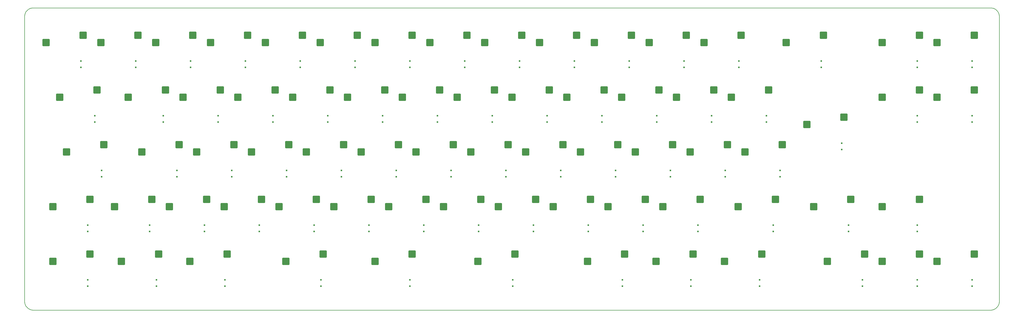
<source format=gbp>
G04 #@! TF.GenerationSoftware,KiCad,Pcbnew,(6.0.2-0)*
G04 #@! TF.CreationDate,2022-03-14T13:33:37+01:00*
G04 #@! TF.ProjectId,lasercut,6c617365-7263-4757-942e-6b696361645f,rev?*
G04 #@! TF.SameCoordinates,Original*
G04 #@! TF.FileFunction,Paste,Bot*
G04 #@! TF.FilePolarity,Positive*
%FSLAX46Y46*%
G04 Gerber Fmt 4.6, Leading zero omitted, Abs format (unit mm)*
G04 Created by KiCad (PCBNEW (6.0.2-0)) date 2022-03-14 13:33:37*
%MOMM*%
%LPD*%
G01*
G04 APERTURE LIST*
G04 Aperture macros list*
%AMRoundRect*
0 Rectangle with rounded corners*
0 $1 Rounding radius*
0 $2 $3 $4 $5 $6 $7 $8 $9 X,Y pos of 4 corners*
0 Add a 4 corners polygon primitive as box body*
4,1,4,$2,$3,$4,$5,$6,$7,$8,$9,$2,$3,0*
0 Add four circle primitives for the rounded corners*
1,1,$1+$1,$2,$3*
1,1,$1+$1,$4,$5*
1,1,$1+$1,$6,$7*
1,1,$1+$1,$8,$9*
0 Add four rect primitives between the rounded corners*
20,1,$1+$1,$2,$3,$4,$5,0*
20,1,$1+$1,$4,$5,$6,$7,0*
20,1,$1+$1,$6,$7,$8,$9,0*
20,1,$1+$1,$8,$9,$2,$3,0*%
G04 Aperture macros list end*
G04 #@! TA.AperFunction,Profile*
%ADD10C,0.200000*%
G04 #@! TD*
%ADD11RoundRect,0.250000X-1.025000X-1.000000X1.025000X-1.000000X1.025000X1.000000X-1.025000X1.000000X0*%
%ADD12R,0.500000X0.500000*%
G04 APERTURE END LIST*
D10*
X356581000Y-125053620D02*
X356354000Y-125117010D01*
X22805240Y-125190040D02*
X22570990Y-125163860D01*
X358646000Y-122435340D02*
X358617000Y-122669620D01*
X357015000Y-124873100D02*
X356802000Y-124970930D01*
X20050540Y-122435340D02*
X20039530Y-122199680D01*
X356354000Y-125117010D02*
X356122000Y-125163860D01*
X358571000Y-122899730D02*
X358506000Y-123127100D01*
X358617000Y-122669620D02*
X358571000Y-122899730D01*
X23040890Y-19947690D02*
X355654000Y-19949690D01*
X358327000Y-21587690D02*
X358426000Y-21799690D01*
X358506000Y-123127100D02*
X358426000Y-123348960D01*
X20123600Y-122899730D02*
X20076710Y-122669620D01*
X21891610Y-20177690D02*
X22113480Y-20095690D01*
X358617000Y-22479690D02*
X358646000Y-22713690D01*
X358327000Y-123561190D02*
X358212000Y-123767880D01*
X20040910Y-22949690D02*
X20050540Y-22713690D01*
X22339470Y-20031690D02*
X22570990Y-19984690D01*
X357221000Y-20391690D02*
X357416000Y-20520690D01*
X20483260Y-123767880D02*
X20367510Y-123561190D01*
X356802000Y-20177690D02*
X357015000Y-20275690D01*
X20076710Y-122669620D02*
X20050540Y-122435340D01*
X355890000Y-19958690D02*
X356122000Y-19984690D01*
X20186960Y-22021690D02*
X20269650Y-21799690D01*
X358212000Y-21380690D02*
X358327000Y-21587690D01*
X22570990Y-125163860D02*
X22339470Y-125117010D01*
X20612800Y-123963570D02*
X20483260Y-123767880D01*
X357221000Y-124757320D02*
X357015000Y-124873100D01*
X20269650Y-21799690D02*
X20367510Y-21587690D01*
X20918720Y-124321890D02*
X20758850Y-124148250D01*
X358571000Y-22247690D02*
X358617000Y-22479690D01*
X20612800Y-21185690D02*
X20758850Y-21000690D01*
X20269650Y-123348960D02*
X20186960Y-123127100D01*
X21092360Y-124481730D02*
X20918720Y-124321890D01*
X356581000Y-20095690D02*
X356802000Y-20177690D01*
X358212000Y-123767880D02*
X358080000Y-123963570D01*
X20050540Y-22713690D02*
X20076710Y-22479690D01*
X20918720Y-20826690D02*
X21092360Y-20667690D01*
X358654000Y-122199680D02*
X358646000Y-122435340D01*
X22113480Y-20095690D02*
X22339470Y-20031690D01*
X357934000Y-21000690D02*
X358080000Y-21185690D01*
X20758850Y-21000690D02*
X20918720Y-20826690D01*
X358654000Y-22949690D02*
X358654000Y-122199680D01*
X356354000Y-20031690D02*
X356581000Y-20095690D01*
X21277010Y-124627780D02*
X21092360Y-124481730D01*
X21277010Y-20520690D02*
X21472690Y-20391690D01*
X21891610Y-124970930D02*
X21679380Y-124873100D01*
X20186960Y-123127100D02*
X20123600Y-122899730D01*
X20758850Y-124148250D02*
X20612800Y-123963570D01*
X20039530Y-122199680D02*
X20040910Y-22949690D01*
X358426000Y-123348960D02*
X358327000Y-123561190D01*
X357602000Y-20667690D02*
X357775000Y-20826690D01*
X23040890Y-125199670D02*
X22805240Y-125190040D01*
X356122000Y-19984690D02*
X356354000Y-20031690D01*
X21472690Y-124757320D02*
X21277010Y-124627780D01*
X358080000Y-21185690D02*
X358212000Y-21380690D01*
X20367510Y-123561190D02*
X20269650Y-123348960D01*
X357416000Y-124627780D02*
X357221000Y-124757320D01*
X355654000Y-125199670D02*
X23040890Y-125199670D01*
X356802000Y-124970930D02*
X356581000Y-125053620D01*
X356122000Y-125163860D02*
X355890000Y-125190040D01*
X355890000Y-125190040D02*
X355654000Y-125199670D01*
X22113480Y-125053620D02*
X21891610Y-124970930D01*
X357602000Y-124481730D02*
X357416000Y-124627780D01*
X20076710Y-22479690D02*
X20123600Y-22247690D01*
X21472690Y-20391690D02*
X21679380Y-20275690D01*
X20483260Y-21380690D02*
X20612800Y-21185690D01*
X357775000Y-124321890D02*
X357602000Y-124481730D01*
X21092360Y-20667690D02*
X21277010Y-20520690D01*
X21679380Y-20275690D02*
X21891610Y-20177690D01*
X22570990Y-19984690D02*
X22805240Y-19958690D01*
X357416000Y-20520690D02*
X357602000Y-20667690D01*
X22339470Y-125117010D02*
X22113480Y-125053620D01*
X357015000Y-20275690D02*
X357221000Y-20391690D01*
X357775000Y-20826690D02*
X357934000Y-21000690D01*
X358426000Y-21799690D02*
X358506000Y-22021690D01*
X22805240Y-19958690D02*
X23040890Y-19947690D01*
X355654000Y-19949690D02*
X355890000Y-19958690D01*
X20367510Y-21587690D02*
X20483260Y-21380690D01*
X21679380Y-124873100D02*
X21472690Y-124757320D01*
X357934000Y-124148250D02*
X357775000Y-124321890D01*
X358080000Y-123963570D02*
X357934000Y-124148250D01*
X20123600Y-22247690D02*
X20186960Y-22021690D01*
X358646000Y-22713690D02*
X358654000Y-22949690D01*
X358506000Y-22021690D02*
X358571000Y-22247690D01*
D11*
X217940000Y-31985000D03*
X230867000Y-29445000D03*
X127452500Y-89135000D03*
X140379500Y-86595000D03*
X47510750Y-67545000D03*
X34583750Y-70085000D03*
X75065000Y-51035000D03*
X87992000Y-48495000D03*
X73704500Y-67545000D03*
X60777500Y-70085000D03*
X66560750Y-105645000D03*
X53633750Y-108185000D03*
X154667000Y-29445000D03*
X141740000Y-31985000D03*
X111804500Y-67545000D03*
X98877500Y-70085000D03*
X265565000Y-51035000D03*
X278492000Y-48495000D03*
X168954500Y-67545000D03*
X156027500Y-70085000D03*
X337002500Y-51035000D03*
X349929500Y-48495000D03*
X154667000Y-105645000D03*
X141740000Y-108185000D03*
X159429500Y-86595000D03*
X146502500Y-89135000D03*
X70302500Y-89135000D03*
X83229500Y-86595000D03*
X232227500Y-70085000D03*
X245154500Y-67545000D03*
X330879500Y-105645000D03*
X317952500Y-108185000D03*
X197529500Y-86595000D03*
X184602500Y-89135000D03*
X132215000Y-51035000D03*
X145142000Y-48495000D03*
X264204500Y-67545000D03*
X251277500Y-70085000D03*
X337002500Y-31985000D03*
X349929500Y-29445000D03*
X297542000Y-29445000D03*
X284615000Y-31985000D03*
X103640000Y-31985000D03*
X116567000Y-29445000D03*
X330879500Y-48495000D03*
X317952500Y-51035000D03*
X84590000Y-31985000D03*
X97517000Y-29445000D03*
X175077500Y-70085000D03*
X188004500Y-67545000D03*
X178479500Y-86595000D03*
X165552500Y-89135000D03*
X246515000Y-51035000D03*
X259442000Y-48495000D03*
X92754500Y-67545000D03*
X79827500Y-70085000D03*
X151265000Y-51035000D03*
X164192000Y-48495000D03*
X122690000Y-31985000D03*
X135617000Y-29445000D03*
X177458750Y-108185000D03*
X190385750Y-105645000D03*
X235629500Y-86595000D03*
X222702500Y-89135000D03*
X108402500Y-89135000D03*
X121329500Y-86595000D03*
X42748250Y-86595000D03*
X29821250Y-89135000D03*
X349929500Y-105645000D03*
X337002500Y-108185000D03*
X42748250Y-105645000D03*
X29821250Y-108185000D03*
X304685750Y-58020000D03*
X291758750Y-60560000D03*
X46490000Y-31985000D03*
X59417000Y-29445000D03*
X226104500Y-67545000D03*
X213177500Y-70085000D03*
X64179500Y-86595000D03*
X51252500Y-89135000D03*
X268967000Y-29445000D03*
X256040000Y-31985000D03*
X298902500Y-108185000D03*
X311829500Y-105645000D03*
X270327500Y-70085000D03*
X283254500Y-67545000D03*
X194127500Y-70085000D03*
X207054500Y-67545000D03*
X263183750Y-108185000D03*
X276110750Y-105645000D03*
X45129500Y-48495000D03*
X32202500Y-51035000D03*
X215558750Y-108185000D03*
X228485750Y-105645000D03*
X254679500Y-86595000D03*
X241752500Y-89135000D03*
X239371250Y-108185000D03*
X252298250Y-105645000D03*
X280873250Y-86595000D03*
X267946250Y-89135000D03*
X294140000Y-89135000D03*
X307067000Y-86595000D03*
X136977500Y-70085000D03*
X149904500Y-67545000D03*
X130854500Y-67545000D03*
X117927500Y-70085000D03*
X94115000Y-51035000D03*
X107042000Y-48495000D03*
X192767000Y-29445000D03*
X179840000Y-31985000D03*
X227465000Y-51035000D03*
X240392000Y-48495000D03*
X27440000Y-31985000D03*
X40367000Y-29445000D03*
X208415000Y-51035000D03*
X221342000Y-48495000D03*
X211817000Y-29445000D03*
X198890000Y-31985000D03*
X236990000Y-31985000D03*
X249917000Y-29445000D03*
X113165000Y-51035000D03*
X126092000Y-48495000D03*
X89352500Y-89135000D03*
X102279500Y-86595000D03*
X317952500Y-31985000D03*
X330879500Y-29445000D03*
X77446250Y-108185000D03*
X90373250Y-105645000D03*
X173717000Y-29445000D03*
X160790000Y-31985000D03*
X317952500Y-89135000D03*
X330879500Y-86595000D03*
X170315000Y-51035000D03*
X183242000Y-48495000D03*
X203652500Y-89135000D03*
X216579500Y-86595000D03*
X110783750Y-108185000D03*
X123710750Y-105645000D03*
X189365000Y-51035000D03*
X202292000Y-48495000D03*
X68942000Y-48495000D03*
X56015000Y-51035000D03*
X65540000Y-31985000D03*
X78467000Y-29445000D03*
D12*
X349167500Y-114655000D03*
X349167500Y-116855000D03*
X44367500Y-57505000D03*
X44367500Y-59705000D03*
X46748750Y-76555000D03*
X46748750Y-78755000D03*
X91992500Y-76555000D03*
X91992500Y-78755000D03*
X101517500Y-95605000D03*
X101517500Y-97805000D03*
X58655000Y-38455000D03*
X58655000Y-40655000D03*
X139617500Y-95605000D03*
X139617500Y-97805000D03*
X77705000Y-38455000D03*
X77705000Y-40655000D03*
X187242500Y-76555000D03*
X187242500Y-78755000D03*
X115805000Y-38455000D03*
X115805000Y-40655000D03*
X122948750Y-114655000D03*
X122948750Y-116855000D03*
X39605000Y-38455000D03*
X39605000Y-40655000D03*
X65798750Y-114655000D03*
X65798750Y-116855000D03*
X306305000Y-95605000D03*
X306305000Y-97805000D03*
X215817500Y-95605000D03*
X215817500Y-97805000D03*
X149142500Y-76555000D03*
X149142500Y-78755000D03*
X125330000Y-57505000D03*
X125330000Y-59705000D03*
X263442500Y-76555000D03*
X263442500Y-78755000D03*
X201530000Y-57505000D03*
X201530000Y-59705000D03*
X277730000Y-57505000D03*
X277730000Y-59705000D03*
X225342500Y-76555000D03*
X225342500Y-78755000D03*
X227723750Y-114655000D03*
X227723750Y-116855000D03*
X168192500Y-76555000D03*
X168192500Y-78755000D03*
X189623750Y-114655000D03*
X189623750Y-116855000D03*
X96755000Y-38455000D03*
X96755000Y-40655000D03*
X172955000Y-38455000D03*
X172955000Y-40655000D03*
X239630000Y-57505000D03*
X239630000Y-59705000D03*
X134855000Y-38455000D03*
X134855000Y-40655000D03*
X280111250Y-95605000D03*
X280111250Y-97805000D03*
X82467500Y-95605000D03*
X82467500Y-97805000D03*
X158667500Y-95605000D03*
X158667500Y-97805000D03*
X244392500Y-76555000D03*
X244392500Y-78755000D03*
X163430000Y-57505000D03*
X163430000Y-59705000D03*
X253917500Y-95605000D03*
X253917500Y-97805000D03*
X249155000Y-38455000D03*
X249155000Y-40655000D03*
X144380000Y-57505000D03*
X144380000Y-59705000D03*
X63417500Y-95605000D03*
X63417500Y-97805000D03*
X177717500Y-95605000D03*
X177717500Y-97805000D03*
X220580000Y-57505000D03*
X220580000Y-59705000D03*
X153905000Y-114655000D03*
X153905000Y-116855000D03*
X41986250Y-95605000D03*
X41986250Y-97805000D03*
X330117500Y-114655000D03*
X330117500Y-116855000D03*
X182480000Y-57505000D03*
X182480000Y-59705000D03*
X120567500Y-95605000D03*
X120567500Y-97805000D03*
X130092500Y-76555000D03*
X130092500Y-78755000D03*
X330117500Y-95605000D03*
X330117500Y-97805000D03*
X211055000Y-38455000D03*
X211055000Y-40655000D03*
X303923750Y-67030000D03*
X303923750Y-69230000D03*
X111042500Y-76555000D03*
X111042500Y-78755000D03*
X330117500Y-38455000D03*
X330117500Y-40655000D03*
X349167500Y-38455000D03*
X349167500Y-40655000D03*
X41986250Y-114655000D03*
X41986250Y-116855000D03*
X230105000Y-38455000D03*
X230105000Y-40655000D03*
X258680000Y-57505000D03*
X258680000Y-59705000D03*
X251536250Y-114655000D03*
X251536250Y-116855000D03*
X192005000Y-38455000D03*
X192005000Y-40655000D03*
X89611250Y-114655000D03*
X89611250Y-116855000D03*
X87230000Y-57505000D03*
X87230000Y-59705000D03*
X311067500Y-114655000D03*
X311067500Y-116855000D03*
X72942500Y-76555000D03*
X72942500Y-78755000D03*
X196767500Y-95605000D03*
X196767500Y-97805000D03*
X349167500Y-57505000D03*
X349167500Y-59705000D03*
X106280000Y-57505000D03*
X106280000Y-59705000D03*
X234867500Y-95605000D03*
X234867500Y-97805000D03*
X68180000Y-57505000D03*
X68180000Y-59705000D03*
X275348750Y-114655000D03*
X275348750Y-116855000D03*
X330117500Y-57505000D03*
X330117500Y-59705000D03*
X153905000Y-38455000D03*
X153905000Y-40655000D03*
X268205000Y-38455000D03*
X268205000Y-40655000D03*
X206292500Y-76555000D03*
X206292500Y-78755000D03*
X296780000Y-38455000D03*
X296780000Y-40655000D03*
X282492500Y-76555000D03*
X282492500Y-78755000D03*
M02*

</source>
